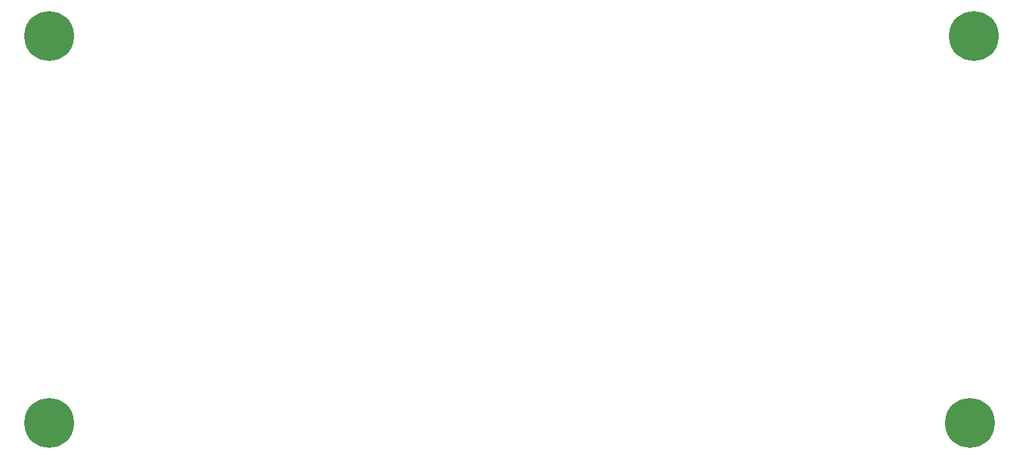
<source format=gbr>
%TF.GenerationSoftware,KiCad,Pcbnew,(6.0.4-0)*%
%TF.CreationDate,2022-06-17T01:14:53+02:00*%
%TF.ProjectId,AluminumCover,416c756d-696e-4756-9d43-6f7665722e6b,rev?*%
%TF.SameCoordinates,Original*%
%TF.FileFunction,Copper,L1,Top*%
%TF.FilePolarity,Positive*%
%FSLAX46Y46*%
G04 Gerber Fmt 4.6, Leading zero omitted, Abs format (unit mm)*
G04 Created by KiCad (PCBNEW (6.0.4-0)) date 2022-06-17 01:14:53*
%MOMM*%
%LPD*%
G01*
G04 APERTURE LIST*
%TA.AperFunction,SMDPad,CuDef*%
%ADD10C,6.428530*%
%TD*%
G04 APERTURE END LIST*
D10*
%TO.P,U2,1,1*%
%TO.N,N/C*%
X89699971Y-121892541D03*
%TD*%
%TO.P,U4,1,1*%
%TO.N,N/C*%
X208679971Y-121892541D03*
%TD*%
%TO.P,U3,1,1*%
%TO.N,N/C*%
X209149971Y-71872541D03*
%TD*%
%TO.P,U1,1,1*%
%TO.N,N/C*%
X89699971Y-71872541D03*
%TD*%
M02*

</source>
